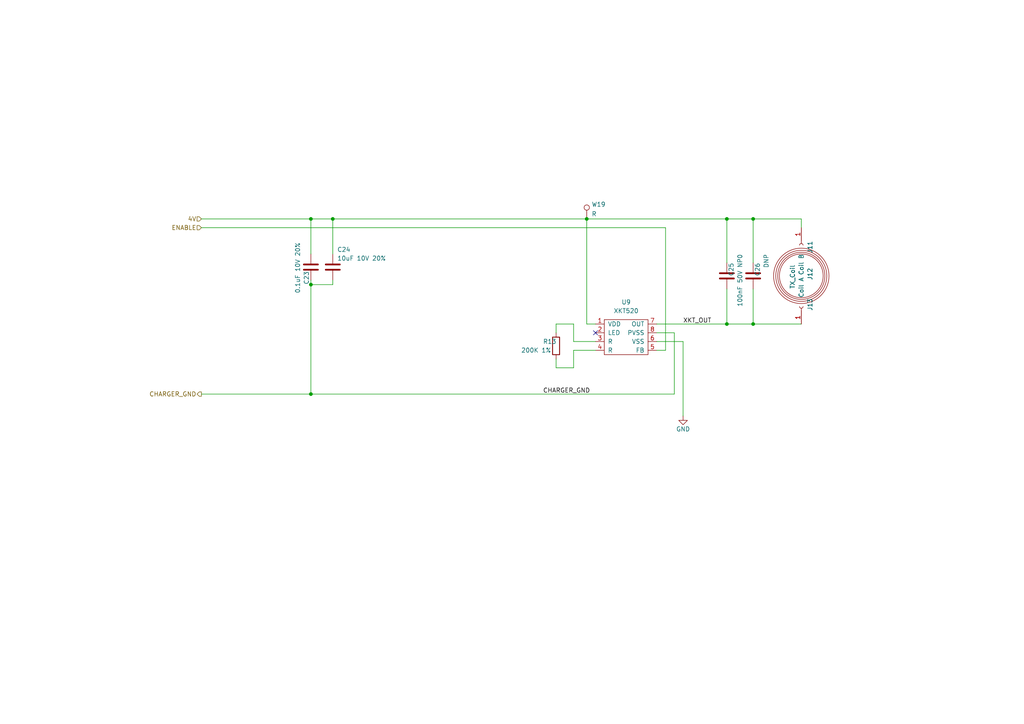
<source format=kicad_sch>
(kicad_sch (version 20211123) (generator eeschema)
  (paper "A4")
  (lib_symbols
    (symbol "Connector:Conn_01x01_Female" (pin_names (offset 1.016) hide)
      (property "Reference" "J" (at 0 2.54 0))
      (property "Value" "Conn_01x01_Female" (at 0 -2.54 0))
      (symbol "Conn_01x01_Female_1_1"
        (polyline (pts (xy -1.27 0) (xy -0.508 0)) (stroke (width 0.1524)))
        (arc (start 0 0.508) (mid -0.508 0) (end 0 -0.508) (stroke (width 0.1524)))
        (pin passive line (at -5.08 0 0) (length 3.81) (name "Pin_1") (number "1"))
      )
    )
    (symbol "Device:C" (pin_numbers hide) (pin_names (offset 0.254))
      (property "Reference" "C" (at 0.635 2.54 0))
      (property "Value" "C" (at 0.635 -2.54 0))
      (symbol "C_0_1"
        (polyline (pts (xy -2.032 -0.762) (xy 2.032 -0.762)) (stroke (width 0.508)))
        (polyline (pts (xy -2.032 0.762) (xy 2.032 0.762)) (stroke (width 0.508)))
      )
      (symbol "C_1_1"
        (pin passive line (at 0 3.81 270) (length 2.794) (name "~") (number "1"))
        (pin passive line (at 0 -3.81 90) (length 2.794) (name "~") (number "2"))
      )
    )
    (symbol "Device:R" (pin_numbers hide) (pin_names (offset 0))
      (property "Reference" "R" (at 2.032 0 90))
      (property "Value" "R" (at 0 0 90))
      (symbol "R_0_1"
        (rectangle (start -1.016 -2.54) (end 1.016 2.54) (stroke (width 0.254)))
      )
      (symbol "R_1_1"
        (pin passive line (at 0 3.81 270) (length 1.27) (name "~") (number "1"))
        (pin passive line (at 0 -3.81 90) (length 1.27) (name "~") (number "2"))
      )
    )
    (symbol "Pixels-dice:TEST_1P-conn" (pin_numbers hide) (pin_names (offset 0.762) hide)
      (property "Reference" "W" (at 0 6.858 0))
      (property "Value" "TEST_1P-conn" (at 0 5.08 0))
      (symbol "TEST_1P-conn_0_1"
        (circle (center 0 3.302) (radius 0.762))
      )
      (symbol "TEST_1P-conn_1_1"
        (pin passive line (at 0 0 90) (length 2.54) (name "1") (number "1"))
      )
    )
    (symbol "Pixels-dice:TX_Coil"
      (property "Reference" "J" (at 0 10.16 0))
      (property "Value" "TX_Coil" (at 0 -10.16 0))
      (symbol "TX_Coil_0_1"
        (circle (center 0 0) (radius 6.35))
        (circle (center 0 0) (radius 6.8392))
        (circle (center 0 0) (radius 7.4053))
        (circle (center 0 0) (radius 8.0322))
      )
    )
    (symbol "Pixels-dice:XKT520" (pin_names (offset 1.016))
      (property "Reference" "U" (at 0 6.35 0))
      (property "Value" "XKT520" (at 0 -6.35 0))
      (symbol "XKT520_0_1"
        (rectangle (start -6.35 5.08) (end 6.35 -5.08))
      )
      (symbol "XKT520_1_1"
        (pin power_in line (at -8.89 3.81 0) (length 2.54) (name "VDD") (number "1"))
        (pin output line (at -8.89 1.27 0) (length 2.54) (name "LED") (number "2"))
        (pin passive line (at -8.89 -1.27 0) (length 2.54) (name "R") (number "3"))
        (pin passive line (at -8.89 -3.81 0) (length 2.54) (name "R") (number "4"))
        (pin input line (at 8.89 -3.81 180) (length 2.54) (name "FB") (number "5"))
        (pin power_in line (at 8.89 -1.27 180) (length 2.54) (name "VSS") (number "6"))
        (pin output line (at 8.89 3.81 180) (length 2.54) (name "OUT") (number "7"))
        (pin output line (at 8.89 1.27 180) (length 2.54) (name "PVSS") (number "8"))
      )
    )
    (symbol "power:GND" (power) (pin_names (offset 0))
      (property "Value" "GND" (at 0 -3.81 0))
      (symbol "GND_0_1"
        (polyline (pts (xy 0 0) (xy 0 -1.27) (xy 1.27 -1.27) (xy 0 -2.54) (xy -1.27 -1.27) (xy 0 -1.27)))
      )
      (symbol "GND_1_1"
        (pin power_in line (at 0 0 270) (length 0) hide (name "GND") (number "1"))
      )
    )
  )
  (junction (at 90.17 114.3))
  (junction (at 170.18 63.5))
  (junction (at 218.44 63.5))
  (junction (at 90.17 82.55))
  (junction (at 90.17 63.5))
  (junction (at 210.82 93.98))
  (junction (at 218.44 93.98))
  (junction (at 96.52 63.5))
  (junction (at 210.82 63.5))
  (no_connect (at 172.72 96.52))
  (wire (pts (xy 218.44 93.98) (xy 232.41 93.98)))
  (wire (pts (xy 198.12 99.06) (xy 198.12 120.65)))
  (wire (pts (xy 166.37 106.68) (xy 166.37 101.6)))
  (wire (pts (xy 96.52 63.5) (xy 96.52 73.66)))
  (wire (pts (xy 193.04 101.6) (xy 190.5 101.6)))
  (wire (pts (xy 166.37 93.98) (xy 166.37 99.06)))
  (wire (pts (xy 193.04 66.04) (xy 193.04 101.6)))
  (wire (pts (xy 90.17 114.3) (xy 195.58 114.3)))
  (wire (pts (xy 58.42 114.3) (xy 90.17 114.3)))
  (wire (pts (xy 190.5 96.52) (xy 195.58 96.52)))
  (wire (pts (xy 166.37 93.98) (xy 161.29 93.98)))
  (wire (pts (xy 161.29 93.98) (xy 161.29 96.52)))
  (wire (pts (xy 218.44 76.2) (xy 218.44 63.5)))
  (wire (pts (xy 96.52 81.28) (xy 96.52 82.55)))
  (wire (pts (xy 96.52 82.55) (xy 90.17 82.55)))
  (wire (pts (xy 210.82 83.82) (xy 210.82 93.98)))
  (wire (pts (xy 58.42 66.04) (xy 193.04 66.04)))
  (wire (pts (xy 190.5 93.98) (xy 210.82 93.98)))
  (wire (pts (xy 170.18 63.5) (xy 210.82 63.5)))
  (wire (pts (xy 166.37 99.06) (xy 172.72 99.06)))
  (wire (pts (xy 166.37 101.6) (xy 172.72 101.6)))
  (wire (pts (xy 96.52 63.5) (xy 170.18 63.5)))
  (wire (pts (xy 195.58 96.52) (xy 195.58 114.3)))
  (wire (pts (xy 218.44 83.82) (xy 218.44 93.98)))
  (wire (pts (xy 190.5 99.06) (xy 198.12 99.06)))
  (wire (pts (xy 210.82 63.5) (xy 218.44 63.5)))
  (wire (pts (xy 161.29 106.68) (xy 161.29 104.14)))
  (wire (pts (xy 90.17 81.28) (xy 90.17 82.55)))
  (wire (pts (xy 58.42 63.5) (xy 90.17 63.5)))
  (wire (pts (xy 90.17 63.5) (xy 90.17 73.66)))
  (wire (pts (xy 210.82 93.98) (xy 218.44 93.98)))
  (wire (pts (xy 172.72 93.98) (xy 170.18 93.98)))
  (wire (pts (xy 232.41 63.5) (xy 218.44 63.5)))
  (wire (pts (xy 232.41 66.04) (xy 232.41 63.5)))
  (wire (pts (xy 90.17 82.55) (xy 90.17 114.3)))
  (wire (pts (xy 210.82 63.5) (xy 210.82 76.2)))
  (wire (pts (xy 166.37 106.68) (xy 161.29 106.68)))
  (wire (pts (xy 170.18 63.5) (xy 170.18 93.98)))
  (wire (pts (xy 90.17 63.5) (xy 96.52 63.5)))
  (label "CHARGER_GND" (at 157.48 114.3 0))
  (label "XKT_OUT" (at 198.12 93.98 0))
  (hierarchical_label "CHARGER_GND" (shape output) (at 58.42 114.3 180))
  (hierarchical_label "4V" (shape input) (at 58.42 63.5 180))
  (hierarchical_label "ENABLE" (shape input) (at 58.42 66.04 180))
  (symbol (lib_id "power:GND") (at 198.12 120.65 0) (unit 1)
    (property "Reference" "#PWR048" (effects hide))
    (property "Value" "GND" (at 198.12 124.46 0))
  )
  (symbol (lib_id "Pixels-dice:TEST_1P-conn") (at 170.18 63.5 0) (unit 1)
    (property "Reference" "W19" (at 171.577 59.2895 0) (effects (justify left)))
    (property "Value" "R" (at 171.577 62.0646 0) (effects (justify left)))
    (property "Footprint" "Pixels-dice:TEST_PIN" (effects hide))
  )
  (symbol (lib_id "Device:C") (at 210.82 80.01 0) (mirror x) (unit 1)
    (property "Reference" "C25" (at 212.09 76.2 90) (effects (justify left)))
    (property "Value" "100nF 50V NP0" (at 214.63 73.66 90) (effects (justify left)))
    (property "Footprint" "Capacitor_SMD:C_1206_3216Metric" (effects hide))
    (property "LCSC Part Number" "C21812" (effects hide))
    (property "Manufacturer" "Murata" (effects hide))
    (property "Manufacturer Part Number" "GRM31C5C1H104JA01L" (effects hide))
    (property "Generic OK" "NO" (effects hide))
  )
  (symbol (lib_id "Device:C") (at 90.17 77.47 0) (unit 1)
    (property "Reference" "C23" (at 88.9 82.55 90) (effects (justify left)))
    (property "Value" "0.1uF 10V 20%" (at 86.36 85.09 90) (effects (justify left)))
    (property "Footprint" "Capacitor_SMD:C_0402_1005Metric" (effects hide))
    (property "LCSC Part Number" "C2168305" (effects hide))
    (property "Manufacturer" "Murata" (effects hide))
    (property "Manufacturer Part Number" "GRM155R61H104KE19D" (effects hide))
    (property "Generic OK" "YES" (effects hide))
  )
  (symbol (lib_id "Device:C") (at 96.52 77.47 0) (unit 1)
    (property "Reference" "C24" (at 97.79 72.39 0) (effects (justify left)))
    (property "Value" "10uF 10V 20%" (at 97.79 74.93 0) (effects (justify left)))
    (property "Footprint" "Capacitor_SMD:C_0603_1608Metric" (effects hide))
    (property "Manufacturer" "Murata" (effects hide))
    (property "Manufacturer Part Number" "GRM188R61A106ME69D" (effects hide))
    (property "Generic OK" "YES" (effects hide))
  )
  (symbol (lib_id "Device:C") (at 218.44 80.01 0) (mirror x) (unit 1)
    (property "Reference" "C26" (at 219.71 76.2 90) (effects (justify left)))
    (property "Value" "DNP" (at 222.25 73.66 90) (effects (justify left)))
    (property "Footprint" "Capacitor_SMD:C_1206_3216Metric" (effects hide))
    (property "Generic OK" "NO" (effects hide))
  )
  (symbol (lib_id "Pixels-dice:TX_Coil") (at 232.41 80.01 0) (unit 1)
    (property "Reference" "J12" (at 234.95 81.28 90) (effects (justify left)))
    (property "Value" "TX_Coil" (at 229.87 83.82 90) (effects (justify left)))
    (property "Footprint" "Pixels-dice:TX Coil" (effects hide))
  )
  (symbol (lib_id "Connector:Conn_01x01_Female") (at 232.41 71.12 90) (mirror x) (unit 1)
    (property "Reference" "J11" (at 234.95 69.85 0) (effects (justify left)))
    (property "Value" "Coil B" (at 232.41 73.66 0) (effects (justify left)))
    (property "Footprint" "TestPoint:TestPoint_Pad_D2.0mm" (effects hide))
  )
  (symbol (lib_id "Pixels-dice:XKT520") (at 181.61 97.79 0) (unit 1)
    (property "Reference" "U9" (at 181.61 87.63 0))
    (property "Value" "XKT520" (at 181.61 90.17 0))
    (property "Footprint" "Pixels-dice:SOIC-8_3.9x4.9mm_P1.27mm" (effects hide))
  )
  (symbol (lib_id "Connector:Conn_01x01_Female") (at 232.41 88.9 270) (mirror x) (unit 1)
    (property "Reference" "J13" (at 234.95 90.17 0) (effects (justify left)))
    (property "Value" "Coil A" (at 232.41 86.36 0) (effects (justify left)))
    (property "Footprint" "TestPoint:TestPoint_Pad_D2.0mm" (effects hide))
  )
  (symbol (lib_id "Device:R") (at 161.29 100.33 180) (unit 1)
    (property "Reference" "R13" (at 157.48 99.06 0) (effects (justify right)))
    (property "Value" "200K 1%" (at 151.13 101.6 0) (effects (justify right)))
    (property "Footprint" "Resistor_SMD:R_0402_1005Metric" (effects hide))
    (property "LCSC Part Number" "C25764" (effects hide))
    (property "Part Number" "0402WGF2003TCE" (effects hide))
    (property "Manufacturer" "UNI-ROYAL(Uniroyal Elec)" (effects hide))
  )
)
</source>
